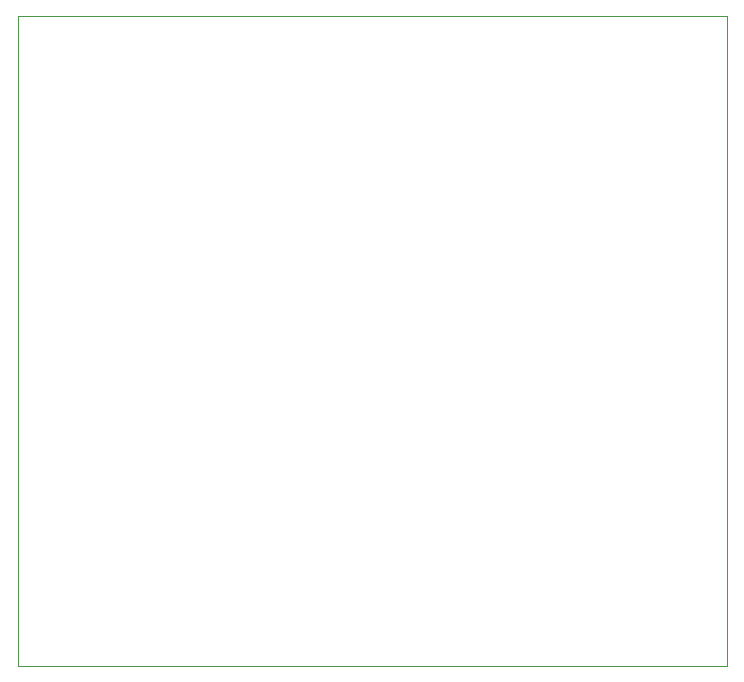
<source format=gbr>
G04*
G04 #@! TF.GenerationSoftware,Altium Limited,Altium Designer,22.4.2 (48)*
G04*
G04 Layer_Color=0*
%FSLAX44Y44*%
%MOMM*%
G71*
G04*
G04 #@! TF.SameCoordinates,E380B31E-87FB-4700-A3A7-B4C86E81BE80*
G04*
G04*
G04 #@! TF.FilePolarity,Positive*
G04*
G01*
G75*
%ADD37C,0.0254*%
D37*
X0Y0D02*
Y550000D01*
X600000D01*
Y0D01*
X0D01*
M02*

</source>
